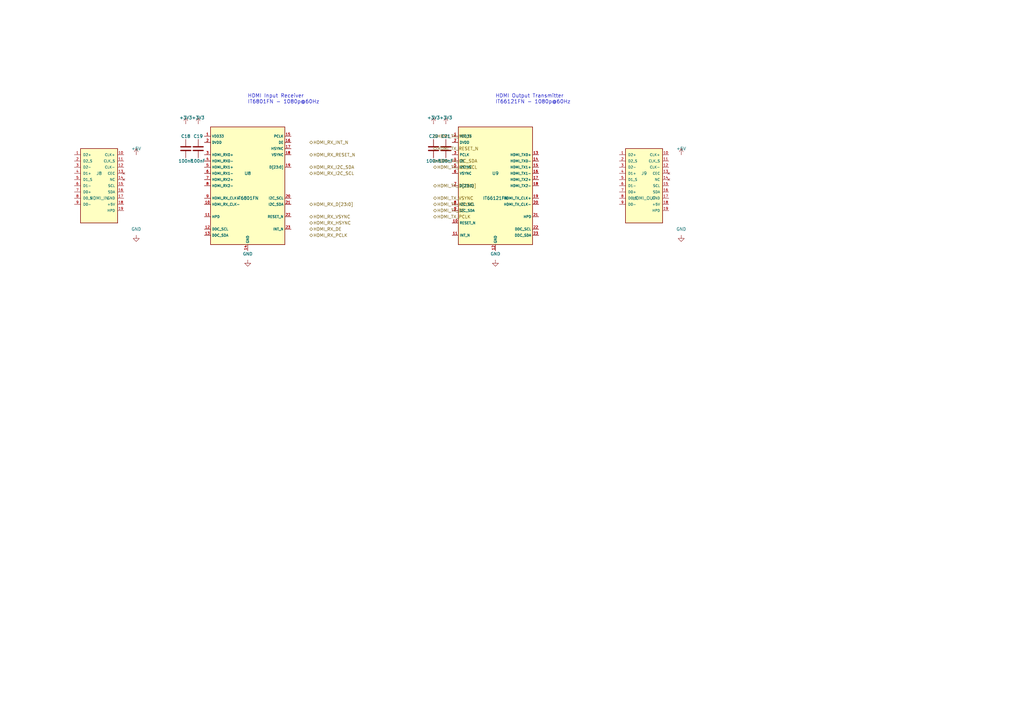
<source format=kicad_sch>
(kicad_sch (version 20250114) (generator "eeschema") (generator_version "9.0")
  (paper "A3")
  (title_block (title "HDMI Input/Output Subsystem") (date "2024-12-11") (rev "1.0") (company "fcBoard Project") (comment 1 "IT6801FN HDMI Input + IT66121FN HDMI Output") (comment 2 "Embedded Symbols - No External Library Required"))
  (lib_symbols
    (symbol "fcBoard_HDMI:+3V3" (power) (pin_numbers (hide yes)) (pin_names (offset 0) (hide yes))
      (property "Value" "+3V3" (at 0 3.81 0))
      (symbol "+3V3_0_1"
        (polyline (pts (xy -0.762 1.27) (xy 0 2.54)))
        (polyline (pts (xy 0 2.54) (xy 0.762 1.27)))
        (polyline (pts (xy 0 0) (xy 0 2.54)))
      )
      (symbol "+3V3_1_1"
        (pin power_in line (at 0 0 90) (length 0) (name "~") (number "1"))
      )
    )
    (symbol "fcBoard_HDMI:+5V" (power) (pin_numbers (hide yes)) (pin_names (offset 0) (hide yes))
      (property "Value" "+5V" (at 0 3.81 0))
      (symbol "+5V_0_1"
        (polyline (pts (xy -0.762 1.27) (xy 0 2.54)))
        (polyline (pts (xy 0 2.54) (xy 0.762 1.27)))
        (polyline (pts (xy 0 0) (xy 0 2.54)))
      )
      (symbol "+5V_1_1"
        (pin power_in line (at 0 0 90) (length 0) (name "~") (number "1"))
      )
    )
    (symbol "fcBoard_HDMI:C" (pin_numbers (hide yes)) (pin_names (offset 0.254))
      (property "Reference" "C" (at 0.635 2.54 0))
      (property "Value" "C" (at 0.635 -2.54 0))
      (symbol "C_0_1"
        (polyline (pts (xy -2.032 0.762) (xy 2.032 0.762)) (stroke (width 0.508)))
        (polyline (pts (xy -2.032 -0.762) (xy 2.032 -0.762)) (stroke (width 0.508)))
      )
      (symbol "C_1_1"
        (pin passive line (at 0 3.81 270) (length 2.794) (name "~") (number "1"))
        (pin passive line (at 0 -3.81 90) (length 2.794) (name "~") (number "2"))
      )
    )
    (symbol "fcBoard_HDMI:GND" (power) (pin_numbers (hide yes)) (pin_names (offset 0) (hide yes))
      (property "Value" "GND" (at 0 -2.54 0))
      (symbol "GND_0_1"
        (polyline (pts (xy 0 0) (xy 0 -1.27) (xy 1.27 -1.27) (xy 0 -2.54) (xy -1.27 -1.27) (xy 0 -1.27)))
      )
      (symbol "GND_1_1"
        (pin power_in line (at 0 0 270) (length 0) (name "~") (number "1"))
      )
    )
    (symbol "fcBoard_HDMI:HDMI_A" (pin_names (offset 1.016))
      (property "Reference" "J" (at 0 17.78 0))
      (property "Value" "HDMI_A" (at 0 -17.78 0))
      (symbol "HDMI_A_0_1"
        (rectangle (start -7.62 15.24) (end 7.62 -15.24) (stroke (width 0.254)) (fill (type background)))
      )
      (symbol "HDMI_A_1_1"
        (pin bidirectional line (at -10.16 12.7 0) (length 2.54) (name "D2+") (number "1"))
        (pin power_in line (at -10.16 10.16 0) (length 2.54) (name "D2_S") (number "2"))
        (pin bidirectional line (at -10.16 7.62 0) (length 2.54) (name "D2-") (number "3"))
        (pin bidirectional line (at -10.16 5.08 0) (length 2.54) (name "D1+") (number "4"))
        (pin power_in line (at -10.16 2.54 0) (length 2.54) (name "D1_S") (number "5"))
        (pin bidirectional line (at -10.16 0 0) (length 2.54) (name "D1-") (number "6"))
        (pin bidirectional line (at -10.16 -2.54 0) (length 2.54) (name "D0+") (number "7"))
        (pin power_in line (at -10.16 -5.08 0) (length 2.54) (name "D0_S") (number "8"))
        (pin bidirectional line (at -10.16 -7.62 0) (length 2.54) (name "D0-") (number "9"))
        (pin bidirectional line (at 10.16 12.7 180) (length 2.54) (name "CLK+") (number "10"))
        (pin power_in line (at 10.16 10.16 180) (length 2.54) (name "CLK_S") (number "11"))
        (pin bidirectional line (at 10.16 7.62 180) (length 2.54) (name "CLK-") (number "12"))
        (pin no_connect line (at 10.16 5.08 180) (length 2.54) (name "CEC") (number "13"))
        (pin no_connect line (at 10.16 2.54 180) (length 2.54) (name "NC") (number "14"))
        (pin bidirectional line (at 10.16 0 180) (length 2.54) (name "SCL") (number "15"))
        (pin bidirectional line (at 10.16 -2.54 180) (length 2.54) (name "SDA") (number "16"))
        (pin power_in line (at 10.16 -5.08 180) (length 2.54) (name "GND") (number "17"))
        (pin power_out line (at 10.16 -7.62 180) (length 2.54) (name "+5V") (number "18"))
        (pin input line (at 10.16 -10.16 180) (length 2.54) (name "HPD") (number "19"))
      )
    )
    (symbol "fcBoard_HDMI:IT66121FN"
      (property "Reference" "U" (at 0 27.94 0))
      (property "Value" "IT66121FN" (at 0 25.4 0))
      (symbol "IT66121FN_0_1"
        (rectangle (start -15.24 24.13) (end 15.24 -24.13) (stroke (width 0.254)) (fill (type background)))
      )
      (symbol "IT66121FN_1_1"
        (pin power_in line (at -17.78 20.32 0) (length 2.54) (name "VDD33") (number "1"))
        (pin power_in line (at -17.78 17.78 0) (length 2.54) (name "DVDD") (number "2"))
        (pin input line (at -17.78 12.7 0) (length 2.54) (name "PCLK") (number "3"))
        (pin input line (at -17.78 10.16 0) (length 2.54) (name "DE") (number "4"))
        (pin input line (at -17.78 7.62 0) (length 2.54) (name "HSYNC") (number "5"))
        (pin input line (at -17.78 5.08 0) (length 2.54) (name "VSYNC") (number "6"))
        (pin input line (at -17.78 0 0) (length 2.54) (name "D[23:0]") (number "7"))
        (pin bidirectional line (at -17.78 -7.62 0) (length 2.54) (name "I2C_SCL") (number "8"))
        (pin bidirectional line (at -17.78 -10.16 0) (length 2.54) (name "I2C_SDA") (number "9"))
        (pin input line (at -17.78 -15.24 0) (length 2.54) (name "RESET_N") (number "10"))
        (pin output line (at -17.78 -20.32 0) (length 2.54) (name "INT_N") (number "11"))
        (pin power_in line (at 0 -26.67 90) (length 2.54) (name "GND") (number "12"))
        (pin output line (at 17.78 12.7 180) (length 2.54) (name "HDMI_TX0+") (number "13"))
        (pin output line (at 17.78 10.16 180) (length 2.54) (name "HDMI_TX0-") (number "14"))
        (pin output line (at 17.78 7.62 180) (length 2.54) (name "HDMI_TX1+") (number "15"))
        (pin output line (at 17.78 5.08 180) (length 2.54) (name "HDMI_TX1-") (number "16"))
        (pin output line (at 17.78 2.54 180) (length 2.54) (name "HDMI_TX2+") (number "17"))
        (pin output line (at 17.78 0 180) (length 2.54) (name "HDMI_TX2-") (number "18"))
        (pin output line (at 17.78 -5.08 180) (length 2.54) (name "HDMI_TX_CLK+") (number "19"))
        (pin output line (at 17.78 -7.62 180) (length 2.54) (name "HDMI_TX_CLK-") (number "20"))
        (pin input line (at 17.78 -12.7 180) (length 2.54) (name "HPD") (number "21"))
        (pin bidirectional line (at 17.78 -17.78 180) (length 2.54) (name "DDC_SCL") (number "22"))
        (pin bidirectional line (at 17.78 -20.32 180) (length 2.54) (name "DDC_SDA") (number "23"))
      )
    )
    (symbol "fcBoard_HDMI:IT6801FN"
      (property "Reference" "U" (at 0 27.94 0))
      (property "Value" "IT6801FN" (at 0 25.4 0))
      (symbol "IT6801FN_0_1"
        (rectangle (start -15.24 24.13) (end 15.24 -24.13) (stroke (width 0.254)) (fill (type background)))
      )
      (symbol "IT6801FN_1_1"
        (pin power_in line (at -17.78 20.32 0) (length 2.54) (name "VDD33") (number "1"))
        (pin power_in line (at -17.78 17.78 0) (length 2.54) (name "DVDD") (number "2"))
        (pin input line (at -17.78 12.7 0) (length 2.54) (name "HDMI_RX0+") (number "3"))
        (pin input line (at -17.78 10.16 0) (length 2.54) (name "HDMI_RX0-") (number "4"))
        (pin input line (at -17.78 7.62 0) (length 2.54) (name "HDMI_RX1+") (number "5"))
        (pin input line (at -17.78 5.08 0) (length 2.54) (name "HDMI_RX1-") (number "6"))
        (pin input line (at -17.78 2.54 0) (length 2.54) (name "HDMI_RX2+") (number "7"))
        (pin input line (at -17.78 0 0) (length 2.54) (name "HDMI_RX2-") (number "8"))
        (pin input line (at -17.78 -5.08 0) (length 2.54) (name "HDMI_RX_CLK+") (number "9"))
        (pin input line (at -17.78 -7.62 0) (length 2.54) (name "HDMI_RX_CLK-") (number "10"))
        (pin input line (at -17.78 -12.7 0) (length 2.54) (name "HPD") (number "11"))
        (pin bidirectional line (at -17.78 -17.78 0) (length 2.54) (name "DDC_SCL") (number "12"))
        (pin bidirectional line (at -17.78 -20.32 0) (length 2.54) (name "DDC_SDA") (number "13"))
        (pin power_in line (at 0 -26.67 90) (length 2.54) (name "GND") (number "14"))
        (pin output line (at 17.78 20.32 180) (length 2.54) (name "PCLK") (number "15"))
        (pin output line (at 17.78 17.78 180) (length 2.54) (name "DE") (number "16"))
        (pin output line (at 17.78 15.24 180) (length 2.54) (name "HSYNC") (number "17"))
        (pin output line (at 17.78 12.7 180) (length 2.54) (name "VSYNC") (number "18"))
        (pin output line (at 17.78 7.62 180) (length 2.54) (name "D[23:0]") (number "19"))
        (pin bidirectional line (at 17.78 -5.08 180) (length 2.54) (name "I2C_SCL") (number "20"))
        (pin bidirectional line (at 17.78 -7.62 180) (length 2.54) (name "I2C_SDA") (number "21"))
        (pin input line (at 17.78 -12.7 180) (length 2.54) (name "RESET_N") (number "22"))
        (pin output line (at 17.78 -17.78 180) (length 2.54) (name "INT_N") (number "23"))
      )
    )
    (symbol "fcBoard_HDMI:R" (pin_numbers (hide yes)) (pin_names (offset 0))
      (property "Reference" "R" (at 2.032 0 90))
      (property "Value" "R" (at 0 0 90))
      (symbol "R_0_1"
        (rectangle (start -1.016 -2.54) (end 1.016 2.54) (stroke (width 0.254)))
      )
      (symbol "R_1_1"
        (pin passive line (at 0 5.08 270) (length 2.54) (name "~") (number "1"))
        (pin passive line (at 0 -5.08 90) (length 2.54) (name "~") (number "2"))
      )
    )
  )
  (text "HDMI Input Receiver\nIT6801FN - 1080p@60Hz" (at 101.6 40.64 0) (effects (font (size 1.5 1.5)) (justify left)))
  (text "HDMI Output Transmitter\nIT66121FN - 1080p@60Hz" (at 203.2 40.64 0) (effects (font (size 1.5 1.5)) (justify left)))
  (hierarchical_label "HDMI_TX_D[23:0]" (shape bidirectional) (at 177.8 76.2 0))
  (hierarchical_label "HDMI_TX_I2C_SDA" (shape bidirectional) (at 177.8 66.04 0))
  (hierarchical_label "HDMI_RX_RESET_N" (shape bidirectional) (at 127 63.5 0))
  (hierarchical_label "HDMI_RX_VSYNC" (shape bidirectional) (at 127 88.9 0))
  (hierarchical_label "HDMI_RX_I2C_SCL" (shape bidirectional) (at 127 71.12 0))
  (hierarchical_label "HDMI_TX_INT_N" (shape bidirectional) (at 177.8 55.88 0))
  (hierarchical_label "HDMI_RX_D[23:0]" (shape bidirectional) (at 127 83.82 0))
  (hierarchical_label "HDMI_RX_I2C_SDA" (shape bidirectional) (at 127 68.58 0))
  (hierarchical_label "HDMI_TX_PCLK" (shape bidirectional) (at 177.8 88.9 0))
  (hierarchical_label "HDMI_TX_RESET_N" (shape bidirectional) (at 177.8 60.96 0))
  (hierarchical_label "HDMI_TX_HSYNC" (shape bidirectional) (at 177.8 83.82 0))
  (hierarchical_label "HDMI_TX_VSYNC" (shape bidirectional) (at 177.8 81.28 0))
  (hierarchical_label "HDMI_RX_INT_N" (shape bidirectional) (at 127 58.42 0))
  (hierarchical_label "HDMI_RX_DE" (shape bidirectional) (at 127 93.98 0))
  (hierarchical_label "HDMI_RX_PCLK" (shape bidirectional) (at 127 96.52 0))
  (hierarchical_label "HDMI_TX_DE" (shape bidirectional) (at 177.8 86.36 0))
  (hierarchical_label "HDMI_TX_I2C_SCL" (shape bidirectional) (at 177.8 68.58 0))
  (hierarchical_label "HDMI_RX_HSYNC" (shape bidirectional) (at 127 91.44 0))
  (symbol (lib_id "fcBoard_HDMI:C") (at 76.2 60.96 0) (unit 1)
    (property "Reference" "C18" (at 76.2 55.88 0))
    (property "Value" "100nF" (at 76.2 66.04 0))
    (property "Footprint" "jlc_components:C0402" (effects (hide yes)))
    (property "LCSC Part" "C11702" (effects (hide yes)))
  )
  (symbol (lib_id "fcBoard_HDMI:GND") (at 203.2 106.68 0) (unit 1) (in_bom no)
    (property "Reference" "#PWR061" (effects (hide yes)))
    (property "Value" "GND" (at 203.2 104.14 0))
  )
  (symbol (lib_id "fcBoard_HDMI:GND") (at 55.88 96.52 0) (unit 1) (in_bom no)
    (property "Reference" "#PWR055" (effects (hide yes)))
    (property "Value" "GND" (at 55.88 93.98 0))
  )
  (symbol (lib_id "fcBoard_HDMI:IT6801FN") (at 101.6 76.2 0) (unit 1)
    (property "Reference" "U8" (at 101.6 71.12 0))
    (property "Value" "IT6801FN" (at 101.6 81.28 0))
    (property "Footprint" "Package_QFP:LQFP-64_10x10mm_P0.5mm" (effects (hide yes)))
  )
  (symbol (lib_id "fcBoard_HDMI:+5V") (at 279.4 63.5 0) (unit 1) (in_bom no)
    (property "Reference" "#PWR062" (effects (hide yes)))
    (property "Value" "+5V" (at 279.4 60.96 0))
  )
  (symbol (lib_id "fcBoard_HDMI:C") (at 182.88 60.96 0) (unit 1)
    (property "Reference" "C21" (at 182.88 55.88 0))
    (property "Value" "100nF" (at 182.88 66.04 0))
    (property "Footprint" "jlc_components:C0402" (effects (hide yes)))
    (property "LCSC Part" "C11702" (effects (hide yes)))
  )
  (symbol (lib_id "fcBoard_HDMI:+3V3") (at 76.2 50.8 0) (unit 1) (in_bom no)
    (property "Reference" "#PWR056" (effects (hide yes)))
    (property "Value" "+3V3" (at 76.2 48.26 0))
  )
  (symbol (lib_id "fcBoard_HDMI:GND") (at 279.4 96.52 0) (unit 1) (in_bom no)
    (property "Reference" "#PWR063" (effects (hide yes)))
    (property "Value" "GND" (at 279.4 93.98 0))
  )
  (symbol (lib_id "fcBoard_HDMI:+5V") (at 55.88 63.5 0) (unit 1) (in_bom no)
    (property "Reference" "#PWR054" (effects (hide yes)))
    (property "Value" "+5V" (at 55.88 60.96 0))
  )
  (symbol (lib_id "fcBoard_HDMI:C") (at 81.28 60.96 0) (unit 1)
    (property "Reference" "C19" (at 81.28 55.88 0))
    (property "Value" "100nF" (at 81.28 66.04 0))
    (property "Footprint" "jlc_components:C0402" (effects (hide yes)))
    (property "LCSC Part" "C11702" (effects (hide yes)))
  )
  (symbol (lib_id "fcBoard_HDMI:IT66121FN") (at 203.2 76.2 0) (unit 1)
    (property "Reference" "U9" (at 203.2 71.12 0))
    (property "Value" "IT66121FN" (at 203.2 81.28 0))
    (property "Footprint" "Package_QFP:LQFP-64_10x10mm_P0.5mm" (effects (hide yes)))
  )
  (symbol (lib_id "fcBoard_HDMI:HDMI_A") (at 40.64 76.2 0) (unit 1)
    (property "Reference" "J8" (at 40.64 71.12 0))
    (property "Value" "HDMI_IN" (at 40.64 81.28 0))
    (property "Footprint" "Connector_HDMI:HDMI-A_Molex_46765-0x01" (effects (hide yes)))
  )
  (symbol (lib_id "fcBoard_HDMI:C") (at 177.8 60.96 0) (unit 1)
    (property "Reference" "C20" (at 177.8 55.88 0))
    (property "Value" "100nF" (at 177.8 66.04 0))
    (property "Footprint" "jlc_components:C0402" (effects (hide yes)))
    (property "LCSC Part" "C11702" (effects (hide yes)))
  )
  (symbol (lib_id "fcBoard_HDMI:HDMI_A") (at 264.16 76.2 0) (unit 1)
    (property "Reference" "J9" (at 264.16 71.12 0))
    (property "Value" "HDMI_OUT" (at 264.16 81.28 0))
    (property "Footprint" "Connector_HDMI:HDMI-A_Molex_46765-0x01" (effects (hide yes)))
  )
  (symbol (lib_id "fcBoard_HDMI:+3V3") (at 81.28 50.8 0) (unit 1) (in_bom no)
    (property "Reference" "#PWR057" (effects (hide yes)))
    (property "Value" "+3V3" (at 81.28 48.26 0))
  )
  (symbol (lib_id "fcBoard_HDMI:+3V3") (at 177.8 50.8 0) (unit 1) (in_bom no)
    (property "Reference" "#PWR059" (effects (hide yes)))
    (property "Value" "+3V3" (at 177.8 48.26 0))
  )
  (symbol (lib_id "fcBoard_HDMI:GND") (at 101.6 106.68 0) (unit 1) (in_bom no)
    (property "Reference" "#PWR058" (effects (hide yes)))
    (property "Value" "GND" (at 101.6 104.14 0))
  )
  (symbol (lib_id "fcBoard_HDMI:+3V3") (at 182.88 50.8 0) (unit 1) (in_bom no)
    (property "Reference" "#PWR060" (effects (hide yes)))
    (property "Value" "+3V3" (at 182.88 48.26 0))
  )
)
</source>
